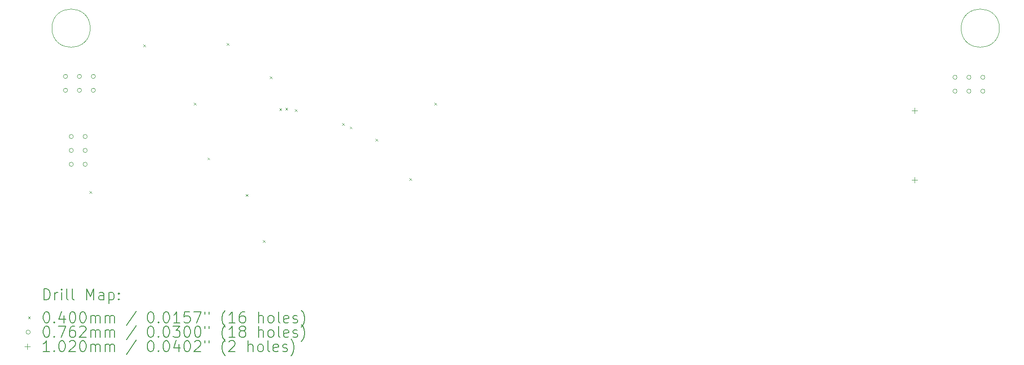
<source format=gbr>
%TF.GenerationSoftware,KiCad,Pcbnew,7.0.1-0*%
%TF.CreationDate,2023-04-13T09:07:21-04:00*%
%TF.ProjectId,WrightFlyer,57726967-6874-4466-9c79-65722e6b6963,v03*%
%TF.SameCoordinates,Original*%
%TF.FileFunction,Drillmap*%
%TF.FilePolarity,Positive*%
%FSLAX45Y45*%
G04 Gerber Fmt 4.5, Leading zero omitted, Abs format (unit mm)*
G04 Created by KiCad (PCBNEW 7.0.1-0) date 2023-04-13 09:07:21*
%MOMM*%
%LPD*%
G01*
G04 APERTURE LIST*
%ADD10C,0.100000*%
%ADD11C,0.200000*%
%ADD12C,0.040000*%
%ADD13C,0.076200*%
%ADD14C,0.102000*%
G04 APERTURE END LIST*
D10*
X23972000Y-7000000D02*
G75*
G03*
X23972000Y-7000000I-350000J0D01*
G01*
X7366000Y-7000000D02*
G75*
G03*
X7366000Y-7000000I-350000J0D01*
G01*
D11*
D12*
X7351210Y-9982590D02*
X7391210Y-10022590D01*
X7391210Y-9982590D02*
X7351210Y-10022590D01*
X8336600Y-7295200D02*
X8376600Y-7335200D01*
X8376600Y-7295200D02*
X8336600Y-7335200D01*
X9260950Y-8363440D02*
X9300950Y-8403440D01*
X9300950Y-8363440D02*
X9260950Y-8403440D01*
X9506870Y-9368300D02*
X9546870Y-9408300D01*
X9546870Y-9368300D02*
X9506870Y-9408300D01*
X9860600Y-7269800D02*
X9900600Y-7309800D01*
X9900600Y-7269800D02*
X9860600Y-7309800D01*
X10206480Y-10036180D02*
X10246480Y-10076180D01*
X10246480Y-10036180D02*
X10206480Y-10076180D01*
X10521000Y-10876600D02*
X10561000Y-10916600D01*
X10561000Y-10876600D02*
X10521000Y-10916600D01*
X10648230Y-7883130D02*
X10688230Y-7923130D01*
X10688230Y-7883130D02*
X10648230Y-7923130D01*
X10820800Y-8465550D02*
X10860800Y-8505550D01*
X10860800Y-8465550D02*
X10820800Y-8505550D01*
X10930380Y-8457140D02*
X10970380Y-8497140D01*
X10970380Y-8457140D02*
X10930380Y-8497140D01*
X11101230Y-8486180D02*
X11141230Y-8526180D01*
X11141230Y-8486180D02*
X11101230Y-8526180D01*
X11966440Y-8735120D02*
X12006440Y-8775120D01*
X12006440Y-8735120D02*
X11966440Y-8775120D01*
X12107150Y-8800760D02*
X12147150Y-8840760D01*
X12147150Y-8800760D02*
X12107150Y-8840760D01*
X12578400Y-9022400D02*
X12618400Y-9062400D01*
X12618400Y-9022400D02*
X12578400Y-9062400D01*
X13194370Y-9747090D02*
X13234370Y-9787090D01*
X13234370Y-9747090D02*
X13194370Y-9787090D01*
X13653140Y-8363440D02*
X13693140Y-8403440D01*
X13693140Y-8363440D02*
X13653140Y-8403440D01*
D13*
X6952100Y-7883550D02*
G75*
G03*
X6952100Y-7883550I-38100J0D01*
G01*
X6952100Y-8137550D02*
G75*
G03*
X6952100Y-8137550I-38100J0D01*
G01*
X7057680Y-8983620D02*
G75*
G03*
X7057680Y-8983620I-38100J0D01*
G01*
X7057680Y-9237620D02*
G75*
G03*
X7057680Y-9237620I-38100J0D01*
G01*
X7057680Y-9491620D02*
G75*
G03*
X7057680Y-9491620I-38100J0D01*
G01*
X7206100Y-7883550D02*
G75*
G03*
X7206100Y-7883550I-38100J0D01*
G01*
X7206100Y-8137550D02*
G75*
G03*
X7206100Y-8137550I-38100J0D01*
G01*
X7311680Y-8983620D02*
G75*
G03*
X7311680Y-8983620I-38100J0D01*
G01*
X7311680Y-9237620D02*
G75*
G03*
X7311680Y-9237620I-38100J0D01*
G01*
X7311680Y-9491620D02*
G75*
G03*
X7311680Y-9491620I-38100J0D01*
G01*
X7460100Y-7883550D02*
G75*
G03*
X7460100Y-7883550I-38100J0D01*
G01*
X7460100Y-8137550D02*
G75*
G03*
X7460100Y-8137550I-38100J0D01*
G01*
X23197880Y-7898290D02*
G75*
G03*
X23197880Y-7898290I-38100J0D01*
G01*
X23197880Y-8152290D02*
G75*
G03*
X23197880Y-8152290I-38100J0D01*
G01*
X23451880Y-7898290D02*
G75*
G03*
X23451880Y-7898290I-38100J0D01*
G01*
X23451880Y-8152290D02*
G75*
G03*
X23451880Y-8152290I-38100J0D01*
G01*
X23705880Y-7898290D02*
G75*
G03*
X23705880Y-7898290I-38100J0D01*
G01*
X23705880Y-8152290D02*
G75*
G03*
X23705880Y-8152290I-38100J0D01*
G01*
D14*
X22424750Y-8458000D02*
X22424750Y-8560000D01*
X22373750Y-8509000D02*
X22475750Y-8509000D01*
X22424750Y-9728000D02*
X22424750Y-9830000D01*
X22373750Y-9779000D02*
X22475750Y-9779000D01*
D11*
X6517847Y-11971158D02*
X6517847Y-11771158D01*
X6517847Y-11771158D02*
X6565466Y-11771158D01*
X6565466Y-11771158D02*
X6594038Y-11780681D01*
X6594038Y-11780681D02*
X6613085Y-11799729D01*
X6613085Y-11799729D02*
X6622609Y-11818777D01*
X6622609Y-11818777D02*
X6632133Y-11856872D01*
X6632133Y-11856872D02*
X6632133Y-11885443D01*
X6632133Y-11885443D02*
X6622609Y-11923539D01*
X6622609Y-11923539D02*
X6613085Y-11942586D01*
X6613085Y-11942586D02*
X6594038Y-11961634D01*
X6594038Y-11961634D02*
X6565466Y-11971158D01*
X6565466Y-11971158D02*
X6517847Y-11971158D01*
X6717847Y-11971158D02*
X6717847Y-11837824D01*
X6717847Y-11875920D02*
X6727371Y-11856872D01*
X6727371Y-11856872D02*
X6736895Y-11847348D01*
X6736895Y-11847348D02*
X6755943Y-11837824D01*
X6755943Y-11837824D02*
X6774990Y-11837824D01*
X6841657Y-11971158D02*
X6841657Y-11837824D01*
X6841657Y-11771158D02*
X6832133Y-11780681D01*
X6832133Y-11780681D02*
X6841657Y-11790205D01*
X6841657Y-11790205D02*
X6851181Y-11780681D01*
X6851181Y-11780681D02*
X6841657Y-11771158D01*
X6841657Y-11771158D02*
X6841657Y-11790205D01*
X6965466Y-11971158D02*
X6946419Y-11961634D01*
X6946419Y-11961634D02*
X6936895Y-11942586D01*
X6936895Y-11942586D02*
X6936895Y-11771158D01*
X7070228Y-11971158D02*
X7051181Y-11961634D01*
X7051181Y-11961634D02*
X7041657Y-11942586D01*
X7041657Y-11942586D02*
X7041657Y-11771158D01*
X7298800Y-11971158D02*
X7298800Y-11771158D01*
X7298800Y-11771158D02*
X7365466Y-11914015D01*
X7365466Y-11914015D02*
X7432133Y-11771158D01*
X7432133Y-11771158D02*
X7432133Y-11971158D01*
X7613085Y-11971158D02*
X7613085Y-11866396D01*
X7613085Y-11866396D02*
X7603562Y-11847348D01*
X7603562Y-11847348D02*
X7584514Y-11837824D01*
X7584514Y-11837824D02*
X7546419Y-11837824D01*
X7546419Y-11837824D02*
X7527371Y-11847348D01*
X7613085Y-11961634D02*
X7594038Y-11971158D01*
X7594038Y-11971158D02*
X7546419Y-11971158D01*
X7546419Y-11971158D02*
X7527371Y-11961634D01*
X7527371Y-11961634D02*
X7517847Y-11942586D01*
X7517847Y-11942586D02*
X7517847Y-11923539D01*
X7517847Y-11923539D02*
X7527371Y-11904491D01*
X7527371Y-11904491D02*
X7546419Y-11894967D01*
X7546419Y-11894967D02*
X7594038Y-11894967D01*
X7594038Y-11894967D02*
X7613085Y-11885443D01*
X7708324Y-11837824D02*
X7708324Y-12037824D01*
X7708324Y-11847348D02*
X7727371Y-11837824D01*
X7727371Y-11837824D02*
X7765466Y-11837824D01*
X7765466Y-11837824D02*
X7784514Y-11847348D01*
X7784514Y-11847348D02*
X7794038Y-11856872D01*
X7794038Y-11856872D02*
X7803562Y-11875920D01*
X7803562Y-11875920D02*
X7803562Y-11933062D01*
X7803562Y-11933062D02*
X7794038Y-11952110D01*
X7794038Y-11952110D02*
X7784514Y-11961634D01*
X7784514Y-11961634D02*
X7765466Y-11971158D01*
X7765466Y-11971158D02*
X7727371Y-11971158D01*
X7727371Y-11971158D02*
X7708324Y-11961634D01*
X7889276Y-11952110D02*
X7898800Y-11961634D01*
X7898800Y-11961634D02*
X7889276Y-11971158D01*
X7889276Y-11971158D02*
X7879752Y-11961634D01*
X7879752Y-11961634D02*
X7889276Y-11952110D01*
X7889276Y-11952110D02*
X7889276Y-11971158D01*
X7889276Y-11847348D02*
X7898800Y-11856872D01*
X7898800Y-11856872D02*
X7889276Y-11866396D01*
X7889276Y-11866396D02*
X7879752Y-11856872D01*
X7879752Y-11856872D02*
X7889276Y-11847348D01*
X7889276Y-11847348D02*
X7889276Y-11866396D01*
D12*
X6230228Y-12278634D02*
X6270228Y-12318634D01*
X6270228Y-12278634D02*
X6230228Y-12318634D01*
D11*
X6555943Y-12191158D02*
X6574990Y-12191158D01*
X6574990Y-12191158D02*
X6594038Y-12200681D01*
X6594038Y-12200681D02*
X6603562Y-12210205D01*
X6603562Y-12210205D02*
X6613085Y-12229253D01*
X6613085Y-12229253D02*
X6622609Y-12267348D01*
X6622609Y-12267348D02*
X6622609Y-12314967D01*
X6622609Y-12314967D02*
X6613085Y-12353062D01*
X6613085Y-12353062D02*
X6603562Y-12372110D01*
X6603562Y-12372110D02*
X6594038Y-12381634D01*
X6594038Y-12381634D02*
X6574990Y-12391158D01*
X6574990Y-12391158D02*
X6555943Y-12391158D01*
X6555943Y-12391158D02*
X6536895Y-12381634D01*
X6536895Y-12381634D02*
X6527371Y-12372110D01*
X6527371Y-12372110D02*
X6517847Y-12353062D01*
X6517847Y-12353062D02*
X6508324Y-12314967D01*
X6508324Y-12314967D02*
X6508324Y-12267348D01*
X6508324Y-12267348D02*
X6517847Y-12229253D01*
X6517847Y-12229253D02*
X6527371Y-12210205D01*
X6527371Y-12210205D02*
X6536895Y-12200681D01*
X6536895Y-12200681D02*
X6555943Y-12191158D01*
X6708324Y-12372110D02*
X6717847Y-12381634D01*
X6717847Y-12381634D02*
X6708324Y-12391158D01*
X6708324Y-12391158D02*
X6698800Y-12381634D01*
X6698800Y-12381634D02*
X6708324Y-12372110D01*
X6708324Y-12372110D02*
X6708324Y-12391158D01*
X6889276Y-12257824D02*
X6889276Y-12391158D01*
X6841657Y-12181634D02*
X6794038Y-12324491D01*
X6794038Y-12324491D02*
X6917847Y-12324491D01*
X7032133Y-12191158D02*
X7051181Y-12191158D01*
X7051181Y-12191158D02*
X7070228Y-12200681D01*
X7070228Y-12200681D02*
X7079752Y-12210205D01*
X7079752Y-12210205D02*
X7089276Y-12229253D01*
X7089276Y-12229253D02*
X7098800Y-12267348D01*
X7098800Y-12267348D02*
X7098800Y-12314967D01*
X7098800Y-12314967D02*
X7089276Y-12353062D01*
X7089276Y-12353062D02*
X7079752Y-12372110D01*
X7079752Y-12372110D02*
X7070228Y-12381634D01*
X7070228Y-12381634D02*
X7051181Y-12391158D01*
X7051181Y-12391158D02*
X7032133Y-12391158D01*
X7032133Y-12391158D02*
X7013085Y-12381634D01*
X7013085Y-12381634D02*
X7003562Y-12372110D01*
X7003562Y-12372110D02*
X6994038Y-12353062D01*
X6994038Y-12353062D02*
X6984514Y-12314967D01*
X6984514Y-12314967D02*
X6984514Y-12267348D01*
X6984514Y-12267348D02*
X6994038Y-12229253D01*
X6994038Y-12229253D02*
X7003562Y-12210205D01*
X7003562Y-12210205D02*
X7013085Y-12200681D01*
X7013085Y-12200681D02*
X7032133Y-12191158D01*
X7222609Y-12191158D02*
X7241657Y-12191158D01*
X7241657Y-12191158D02*
X7260705Y-12200681D01*
X7260705Y-12200681D02*
X7270228Y-12210205D01*
X7270228Y-12210205D02*
X7279752Y-12229253D01*
X7279752Y-12229253D02*
X7289276Y-12267348D01*
X7289276Y-12267348D02*
X7289276Y-12314967D01*
X7289276Y-12314967D02*
X7279752Y-12353062D01*
X7279752Y-12353062D02*
X7270228Y-12372110D01*
X7270228Y-12372110D02*
X7260705Y-12381634D01*
X7260705Y-12381634D02*
X7241657Y-12391158D01*
X7241657Y-12391158D02*
X7222609Y-12391158D01*
X7222609Y-12391158D02*
X7203562Y-12381634D01*
X7203562Y-12381634D02*
X7194038Y-12372110D01*
X7194038Y-12372110D02*
X7184514Y-12353062D01*
X7184514Y-12353062D02*
X7174990Y-12314967D01*
X7174990Y-12314967D02*
X7174990Y-12267348D01*
X7174990Y-12267348D02*
X7184514Y-12229253D01*
X7184514Y-12229253D02*
X7194038Y-12210205D01*
X7194038Y-12210205D02*
X7203562Y-12200681D01*
X7203562Y-12200681D02*
X7222609Y-12191158D01*
X7374990Y-12391158D02*
X7374990Y-12257824D01*
X7374990Y-12276872D02*
X7384514Y-12267348D01*
X7384514Y-12267348D02*
X7403562Y-12257824D01*
X7403562Y-12257824D02*
X7432133Y-12257824D01*
X7432133Y-12257824D02*
X7451181Y-12267348D01*
X7451181Y-12267348D02*
X7460705Y-12286396D01*
X7460705Y-12286396D02*
X7460705Y-12391158D01*
X7460705Y-12286396D02*
X7470228Y-12267348D01*
X7470228Y-12267348D02*
X7489276Y-12257824D01*
X7489276Y-12257824D02*
X7517847Y-12257824D01*
X7517847Y-12257824D02*
X7536895Y-12267348D01*
X7536895Y-12267348D02*
X7546419Y-12286396D01*
X7546419Y-12286396D02*
X7546419Y-12391158D01*
X7641657Y-12391158D02*
X7641657Y-12257824D01*
X7641657Y-12276872D02*
X7651181Y-12267348D01*
X7651181Y-12267348D02*
X7670228Y-12257824D01*
X7670228Y-12257824D02*
X7698800Y-12257824D01*
X7698800Y-12257824D02*
X7717847Y-12267348D01*
X7717847Y-12267348D02*
X7727371Y-12286396D01*
X7727371Y-12286396D02*
X7727371Y-12391158D01*
X7727371Y-12286396D02*
X7736895Y-12267348D01*
X7736895Y-12267348D02*
X7755943Y-12257824D01*
X7755943Y-12257824D02*
X7784514Y-12257824D01*
X7784514Y-12257824D02*
X7803562Y-12267348D01*
X7803562Y-12267348D02*
X7813086Y-12286396D01*
X7813086Y-12286396D02*
X7813086Y-12391158D01*
X8203562Y-12181634D02*
X8032133Y-12438777D01*
X8460705Y-12191158D02*
X8479752Y-12191158D01*
X8479752Y-12191158D02*
X8498800Y-12200681D01*
X8498800Y-12200681D02*
X8508324Y-12210205D01*
X8508324Y-12210205D02*
X8517848Y-12229253D01*
X8517848Y-12229253D02*
X8527371Y-12267348D01*
X8527371Y-12267348D02*
X8527371Y-12314967D01*
X8527371Y-12314967D02*
X8517848Y-12353062D01*
X8517848Y-12353062D02*
X8508324Y-12372110D01*
X8508324Y-12372110D02*
X8498800Y-12381634D01*
X8498800Y-12381634D02*
X8479752Y-12391158D01*
X8479752Y-12391158D02*
X8460705Y-12391158D01*
X8460705Y-12391158D02*
X8441657Y-12381634D01*
X8441657Y-12381634D02*
X8432133Y-12372110D01*
X8432133Y-12372110D02*
X8422610Y-12353062D01*
X8422610Y-12353062D02*
X8413086Y-12314967D01*
X8413086Y-12314967D02*
X8413086Y-12267348D01*
X8413086Y-12267348D02*
X8422610Y-12229253D01*
X8422610Y-12229253D02*
X8432133Y-12210205D01*
X8432133Y-12210205D02*
X8441657Y-12200681D01*
X8441657Y-12200681D02*
X8460705Y-12191158D01*
X8613086Y-12372110D02*
X8622610Y-12381634D01*
X8622610Y-12381634D02*
X8613086Y-12391158D01*
X8613086Y-12391158D02*
X8603562Y-12381634D01*
X8603562Y-12381634D02*
X8613086Y-12372110D01*
X8613086Y-12372110D02*
X8613086Y-12391158D01*
X8746419Y-12191158D02*
X8765467Y-12191158D01*
X8765467Y-12191158D02*
X8784514Y-12200681D01*
X8784514Y-12200681D02*
X8794038Y-12210205D01*
X8794038Y-12210205D02*
X8803562Y-12229253D01*
X8803562Y-12229253D02*
X8813086Y-12267348D01*
X8813086Y-12267348D02*
X8813086Y-12314967D01*
X8813086Y-12314967D02*
X8803562Y-12353062D01*
X8803562Y-12353062D02*
X8794038Y-12372110D01*
X8794038Y-12372110D02*
X8784514Y-12381634D01*
X8784514Y-12381634D02*
X8765467Y-12391158D01*
X8765467Y-12391158D02*
X8746419Y-12391158D01*
X8746419Y-12391158D02*
X8727371Y-12381634D01*
X8727371Y-12381634D02*
X8717848Y-12372110D01*
X8717848Y-12372110D02*
X8708324Y-12353062D01*
X8708324Y-12353062D02*
X8698800Y-12314967D01*
X8698800Y-12314967D02*
X8698800Y-12267348D01*
X8698800Y-12267348D02*
X8708324Y-12229253D01*
X8708324Y-12229253D02*
X8717848Y-12210205D01*
X8717848Y-12210205D02*
X8727371Y-12200681D01*
X8727371Y-12200681D02*
X8746419Y-12191158D01*
X9003562Y-12391158D02*
X8889276Y-12391158D01*
X8946419Y-12391158D02*
X8946419Y-12191158D01*
X8946419Y-12191158D02*
X8927371Y-12219729D01*
X8927371Y-12219729D02*
X8908324Y-12238777D01*
X8908324Y-12238777D02*
X8889276Y-12248300D01*
X9184514Y-12191158D02*
X9089276Y-12191158D01*
X9089276Y-12191158D02*
X9079752Y-12286396D01*
X9079752Y-12286396D02*
X9089276Y-12276872D01*
X9089276Y-12276872D02*
X9108324Y-12267348D01*
X9108324Y-12267348D02*
X9155943Y-12267348D01*
X9155943Y-12267348D02*
X9174991Y-12276872D01*
X9174991Y-12276872D02*
X9184514Y-12286396D01*
X9184514Y-12286396D02*
X9194038Y-12305443D01*
X9194038Y-12305443D02*
X9194038Y-12353062D01*
X9194038Y-12353062D02*
X9184514Y-12372110D01*
X9184514Y-12372110D02*
X9174991Y-12381634D01*
X9174991Y-12381634D02*
X9155943Y-12391158D01*
X9155943Y-12391158D02*
X9108324Y-12391158D01*
X9108324Y-12391158D02*
X9089276Y-12381634D01*
X9089276Y-12381634D02*
X9079752Y-12372110D01*
X9260705Y-12191158D02*
X9394038Y-12191158D01*
X9394038Y-12191158D02*
X9308324Y-12391158D01*
X9460705Y-12191158D02*
X9460705Y-12229253D01*
X9536895Y-12191158D02*
X9536895Y-12229253D01*
X9832134Y-12467348D02*
X9822610Y-12457824D01*
X9822610Y-12457824D02*
X9803562Y-12429253D01*
X9803562Y-12429253D02*
X9794038Y-12410205D01*
X9794038Y-12410205D02*
X9784514Y-12381634D01*
X9784514Y-12381634D02*
X9774991Y-12334015D01*
X9774991Y-12334015D02*
X9774991Y-12295920D01*
X9774991Y-12295920D02*
X9784514Y-12248300D01*
X9784514Y-12248300D02*
X9794038Y-12219729D01*
X9794038Y-12219729D02*
X9803562Y-12200681D01*
X9803562Y-12200681D02*
X9822610Y-12172110D01*
X9822610Y-12172110D02*
X9832134Y-12162586D01*
X10013086Y-12391158D02*
X9898800Y-12391158D01*
X9955943Y-12391158D02*
X9955943Y-12191158D01*
X9955943Y-12191158D02*
X9936895Y-12219729D01*
X9936895Y-12219729D02*
X9917848Y-12238777D01*
X9917848Y-12238777D02*
X9898800Y-12248300D01*
X10184514Y-12191158D02*
X10146419Y-12191158D01*
X10146419Y-12191158D02*
X10127372Y-12200681D01*
X10127372Y-12200681D02*
X10117848Y-12210205D01*
X10117848Y-12210205D02*
X10098800Y-12238777D01*
X10098800Y-12238777D02*
X10089276Y-12276872D01*
X10089276Y-12276872D02*
X10089276Y-12353062D01*
X10089276Y-12353062D02*
X10098800Y-12372110D01*
X10098800Y-12372110D02*
X10108324Y-12381634D01*
X10108324Y-12381634D02*
X10127372Y-12391158D01*
X10127372Y-12391158D02*
X10165467Y-12391158D01*
X10165467Y-12391158D02*
X10184514Y-12381634D01*
X10184514Y-12381634D02*
X10194038Y-12372110D01*
X10194038Y-12372110D02*
X10203562Y-12353062D01*
X10203562Y-12353062D02*
X10203562Y-12305443D01*
X10203562Y-12305443D02*
X10194038Y-12286396D01*
X10194038Y-12286396D02*
X10184514Y-12276872D01*
X10184514Y-12276872D02*
X10165467Y-12267348D01*
X10165467Y-12267348D02*
X10127372Y-12267348D01*
X10127372Y-12267348D02*
X10108324Y-12276872D01*
X10108324Y-12276872D02*
X10098800Y-12286396D01*
X10098800Y-12286396D02*
X10089276Y-12305443D01*
X10441657Y-12391158D02*
X10441657Y-12191158D01*
X10527372Y-12391158D02*
X10527372Y-12286396D01*
X10527372Y-12286396D02*
X10517848Y-12267348D01*
X10517848Y-12267348D02*
X10498800Y-12257824D01*
X10498800Y-12257824D02*
X10470229Y-12257824D01*
X10470229Y-12257824D02*
X10451181Y-12267348D01*
X10451181Y-12267348D02*
X10441657Y-12276872D01*
X10651181Y-12391158D02*
X10632134Y-12381634D01*
X10632134Y-12381634D02*
X10622610Y-12372110D01*
X10622610Y-12372110D02*
X10613086Y-12353062D01*
X10613086Y-12353062D02*
X10613086Y-12295920D01*
X10613086Y-12295920D02*
X10622610Y-12276872D01*
X10622610Y-12276872D02*
X10632134Y-12267348D01*
X10632134Y-12267348D02*
X10651181Y-12257824D01*
X10651181Y-12257824D02*
X10679753Y-12257824D01*
X10679753Y-12257824D02*
X10698800Y-12267348D01*
X10698800Y-12267348D02*
X10708324Y-12276872D01*
X10708324Y-12276872D02*
X10717848Y-12295920D01*
X10717848Y-12295920D02*
X10717848Y-12353062D01*
X10717848Y-12353062D02*
X10708324Y-12372110D01*
X10708324Y-12372110D02*
X10698800Y-12381634D01*
X10698800Y-12381634D02*
X10679753Y-12391158D01*
X10679753Y-12391158D02*
X10651181Y-12391158D01*
X10832134Y-12391158D02*
X10813086Y-12381634D01*
X10813086Y-12381634D02*
X10803562Y-12362586D01*
X10803562Y-12362586D02*
X10803562Y-12191158D01*
X10984515Y-12381634D02*
X10965467Y-12391158D01*
X10965467Y-12391158D02*
X10927372Y-12391158D01*
X10927372Y-12391158D02*
X10908324Y-12381634D01*
X10908324Y-12381634D02*
X10898800Y-12362586D01*
X10898800Y-12362586D02*
X10898800Y-12286396D01*
X10898800Y-12286396D02*
X10908324Y-12267348D01*
X10908324Y-12267348D02*
X10927372Y-12257824D01*
X10927372Y-12257824D02*
X10965467Y-12257824D01*
X10965467Y-12257824D02*
X10984515Y-12267348D01*
X10984515Y-12267348D02*
X10994038Y-12286396D01*
X10994038Y-12286396D02*
X10994038Y-12305443D01*
X10994038Y-12305443D02*
X10898800Y-12324491D01*
X11070229Y-12381634D02*
X11089276Y-12391158D01*
X11089276Y-12391158D02*
X11127372Y-12391158D01*
X11127372Y-12391158D02*
X11146419Y-12381634D01*
X11146419Y-12381634D02*
X11155943Y-12362586D01*
X11155943Y-12362586D02*
X11155943Y-12353062D01*
X11155943Y-12353062D02*
X11146419Y-12334015D01*
X11146419Y-12334015D02*
X11127372Y-12324491D01*
X11127372Y-12324491D02*
X11098800Y-12324491D01*
X11098800Y-12324491D02*
X11079753Y-12314967D01*
X11079753Y-12314967D02*
X11070229Y-12295920D01*
X11070229Y-12295920D02*
X11070229Y-12286396D01*
X11070229Y-12286396D02*
X11079753Y-12267348D01*
X11079753Y-12267348D02*
X11098800Y-12257824D01*
X11098800Y-12257824D02*
X11127372Y-12257824D01*
X11127372Y-12257824D02*
X11146419Y-12267348D01*
X11222610Y-12467348D02*
X11232134Y-12457824D01*
X11232134Y-12457824D02*
X11251181Y-12429253D01*
X11251181Y-12429253D02*
X11260705Y-12410205D01*
X11260705Y-12410205D02*
X11270229Y-12381634D01*
X11270229Y-12381634D02*
X11279753Y-12334015D01*
X11279753Y-12334015D02*
X11279753Y-12295920D01*
X11279753Y-12295920D02*
X11270229Y-12248300D01*
X11270229Y-12248300D02*
X11260705Y-12219729D01*
X11260705Y-12219729D02*
X11251181Y-12200681D01*
X11251181Y-12200681D02*
X11232134Y-12172110D01*
X11232134Y-12172110D02*
X11222610Y-12162586D01*
D13*
X6270228Y-12562634D02*
G75*
G03*
X6270228Y-12562634I-38100J0D01*
G01*
D11*
X6555943Y-12455158D02*
X6574990Y-12455158D01*
X6574990Y-12455158D02*
X6594038Y-12464681D01*
X6594038Y-12464681D02*
X6603562Y-12474205D01*
X6603562Y-12474205D02*
X6613085Y-12493253D01*
X6613085Y-12493253D02*
X6622609Y-12531348D01*
X6622609Y-12531348D02*
X6622609Y-12578967D01*
X6622609Y-12578967D02*
X6613085Y-12617062D01*
X6613085Y-12617062D02*
X6603562Y-12636110D01*
X6603562Y-12636110D02*
X6594038Y-12645634D01*
X6594038Y-12645634D02*
X6574990Y-12655158D01*
X6574990Y-12655158D02*
X6555943Y-12655158D01*
X6555943Y-12655158D02*
X6536895Y-12645634D01*
X6536895Y-12645634D02*
X6527371Y-12636110D01*
X6527371Y-12636110D02*
X6517847Y-12617062D01*
X6517847Y-12617062D02*
X6508324Y-12578967D01*
X6508324Y-12578967D02*
X6508324Y-12531348D01*
X6508324Y-12531348D02*
X6517847Y-12493253D01*
X6517847Y-12493253D02*
X6527371Y-12474205D01*
X6527371Y-12474205D02*
X6536895Y-12464681D01*
X6536895Y-12464681D02*
X6555943Y-12455158D01*
X6708324Y-12636110D02*
X6717847Y-12645634D01*
X6717847Y-12645634D02*
X6708324Y-12655158D01*
X6708324Y-12655158D02*
X6698800Y-12645634D01*
X6698800Y-12645634D02*
X6708324Y-12636110D01*
X6708324Y-12636110D02*
X6708324Y-12655158D01*
X6784514Y-12455158D02*
X6917847Y-12455158D01*
X6917847Y-12455158D02*
X6832133Y-12655158D01*
X7079752Y-12455158D02*
X7041657Y-12455158D01*
X7041657Y-12455158D02*
X7022609Y-12464681D01*
X7022609Y-12464681D02*
X7013085Y-12474205D01*
X7013085Y-12474205D02*
X6994038Y-12502777D01*
X6994038Y-12502777D02*
X6984514Y-12540872D01*
X6984514Y-12540872D02*
X6984514Y-12617062D01*
X6984514Y-12617062D02*
X6994038Y-12636110D01*
X6994038Y-12636110D02*
X7003562Y-12645634D01*
X7003562Y-12645634D02*
X7022609Y-12655158D01*
X7022609Y-12655158D02*
X7060705Y-12655158D01*
X7060705Y-12655158D02*
X7079752Y-12645634D01*
X7079752Y-12645634D02*
X7089276Y-12636110D01*
X7089276Y-12636110D02*
X7098800Y-12617062D01*
X7098800Y-12617062D02*
X7098800Y-12569443D01*
X7098800Y-12569443D02*
X7089276Y-12550396D01*
X7089276Y-12550396D02*
X7079752Y-12540872D01*
X7079752Y-12540872D02*
X7060705Y-12531348D01*
X7060705Y-12531348D02*
X7022609Y-12531348D01*
X7022609Y-12531348D02*
X7003562Y-12540872D01*
X7003562Y-12540872D02*
X6994038Y-12550396D01*
X6994038Y-12550396D02*
X6984514Y-12569443D01*
X7174990Y-12474205D02*
X7184514Y-12464681D01*
X7184514Y-12464681D02*
X7203562Y-12455158D01*
X7203562Y-12455158D02*
X7251181Y-12455158D01*
X7251181Y-12455158D02*
X7270228Y-12464681D01*
X7270228Y-12464681D02*
X7279752Y-12474205D01*
X7279752Y-12474205D02*
X7289276Y-12493253D01*
X7289276Y-12493253D02*
X7289276Y-12512300D01*
X7289276Y-12512300D02*
X7279752Y-12540872D01*
X7279752Y-12540872D02*
X7165466Y-12655158D01*
X7165466Y-12655158D02*
X7289276Y-12655158D01*
X7374990Y-12655158D02*
X7374990Y-12521824D01*
X7374990Y-12540872D02*
X7384514Y-12531348D01*
X7384514Y-12531348D02*
X7403562Y-12521824D01*
X7403562Y-12521824D02*
X7432133Y-12521824D01*
X7432133Y-12521824D02*
X7451181Y-12531348D01*
X7451181Y-12531348D02*
X7460705Y-12550396D01*
X7460705Y-12550396D02*
X7460705Y-12655158D01*
X7460705Y-12550396D02*
X7470228Y-12531348D01*
X7470228Y-12531348D02*
X7489276Y-12521824D01*
X7489276Y-12521824D02*
X7517847Y-12521824D01*
X7517847Y-12521824D02*
X7536895Y-12531348D01*
X7536895Y-12531348D02*
X7546419Y-12550396D01*
X7546419Y-12550396D02*
X7546419Y-12655158D01*
X7641657Y-12655158D02*
X7641657Y-12521824D01*
X7641657Y-12540872D02*
X7651181Y-12531348D01*
X7651181Y-12531348D02*
X7670228Y-12521824D01*
X7670228Y-12521824D02*
X7698800Y-12521824D01*
X7698800Y-12521824D02*
X7717847Y-12531348D01*
X7717847Y-12531348D02*
X7727371Y-12550396D01*
X7727371Y-12550396D02*
X7727371Y-12655158D01*
X7727371Y-12550396D02*
X7736895Y-12531348D01*
X7736895Y-12531348D02*
X7755943Y-12521824D01*
X7755943Y-12521824D02*
X7784514Y-12521824D01*
X7784514Y-12521824D02*
X7803562Y-12531348D01*
X7803562Y-12531348D02*
X7813086Y-12550396D01*
X7813086Y-12550396D02*
X7813086Y-12655158D01*
X8203562Y-12445634D02*
X8032133Y-12702777D01*
X8460705Y-12455158D02*
X8479752Y-12455158D01*
X8479752Y-12455158D02*
X8498800Y-12464681D01*
X8498800Y-12464681D02*
X8508324Y-12474205D01*
X8508324Y-12474205D02*
X8517848Y-12493253D01*
X8517848Y-12493253D02*
X8527371Y-12531348D01*
X8527371Y-12531348D02*
X8527371Y-12578967D01*
X8527371Y-12578967D02*
X8517848Y-12617062D01*
X8517848Y-12617062D02*
X8508324Y-12636110D01*
X8508324Y-12636110D02*
X8498800Y-12645634D01*
X8498800Y-12645634D02*
X8479752Y-12655158D01*
X8479752Y-12655158D02*
X8460705Y-12655158D01*
X8460705Y-12655158D02*
X8441657Y-12645634D01*
X8441657Y-12645634D02*
X8432133Y-12636110D01*
X8432133Y-12636110D02*
X8422610Y-12617062D01*
X8422610Y-12617062D02*
X8413086Y-12578967D01*
X8413086Y-12578967D02*
X8413086Y-12531348D01*
X8413086Y-12531348D02*
X8422610Y-12493253D01*
X8422610Y-12493253D02*
X8432133Y-12474205D01*
X8432133Y-12474205D02*
X8441657Y-12464681D01*
X8441657Y-12464681D02*
X8460705Y-12455158D01*
X8613086Y-12636110D02*
X8622610Y-12645634D01*
X8622610Y-12645634D02*
X8613086Y-12655158D01*
X8613086Y-12655158D02*
X8603562Y-12645634D01*
X8603562Y-12645634D02*
X8613086Y-12636110D01*
X8613086Y-12636110D02*
X8613086Y-12655158D01*
X8746419Y-12455158D02*
X8765467Y-12455158D01*
X8765467Y-12455158D02*
X8784514Y-12464681D01*
X8784514Y-12464681D02*
X8794038Y-12474205D01*
X8794038Y-12474205D02*
X8803562Y-12493253D01*
X8803562Y-12493253D02*
X8813086Y-12531348D01*
X8813086Y-12531348D02*
X8813086Y-12578967D01*
X8813086Y-12578967D02*
X8803562Y-12617062D01*
X8803562Y-12617062D02*
X8794038Y-12636110D01*
X8794038Y-12636110D02*
X8784514Y-12645634D01*
X8784514Y-12645634D02*
X8765467Y-12655158D01*
X8765467Y-12655158D02*
X8746419Y-12655158D01*
X8746419Y-12655158D02*
X8727371Y-12645634D01*
X8727371Y-12645634D02*
X8717848Y-12636110D01*
X8717848Y-12636110D02*
X8708324Y-12617062D01*
X8708324Y-12617062D02*
X8698800Y-12578967D01*
X8698800Y-12578967D02*
X8698800Y-12531348D01*
X8698800Y-12531348D02*
X8708324Y-12493253D01*
X8708324Y-12493253D02*
X8717848Y-12474205D01*
X8717848Y-12474205D02*
X8727371Y-12464681D01*
X8727371Y-12464681D02*
X8746419Y-12455158D01*
X8879752Y-12455158D02*
X9003562Y-12455158D01*
X9003562Y-12455158D02*
X8936895Y-12531348D01*
X8936895Y-12531348D02*
X8965467Y-12531348D01*
X8965467Y-12531348D02*
X8984514Y-12540872D01*
X8984514Y-12540872D02*
X8994038Y-12550396D01*
X8994038Y-12550396D02*
X9003562Y-12569443D01*
X9003562Y-12569443D02*
X9003562Y-12617062D01*
X9003562Y-12617062D02*
X8994038Y-12636110D01*
X8994038Y-12636110D02*
X8984514Y-12645634D01*
X8984514Y-12645634D02*
X8965467Y-12655158D01*
X8965467Y-12655158D02*
X8908324Y-12655158D01*
X8908324Y-12655158D02*
X8889276Y-12645634D01*
X8889276Y-12645634D02*
X8879752Y-12636110D01*
X9127371Y-12455158D02*
X9146419Y-12455158D01*
X9146419Y-12455158D02*
X9165467Y-12464681D01*
X9165467Y-12464681D02*
X9174991Y-12474205D01*
X9174991Y-12474205D02*
X9184514Y-12493253D01*
X9184514Y-12493253D02*
X9194038Y-12531348D01*
X9194038Y-12531348D02*
X9194038Y-12578967D01*
X9194038Y-12578967D02*
X9184514Y-12617062D01*
X9184514Y-12617062D02*
X9174991Y-12636110D01*
X9174991Y-12636110D02*
X9165467Y-12645634D01*
X9165467Y-12645634D02*
X9146419Y-12655158D01*
X9146419Y-12655158D02*
X9127371Y-12655158D01*
X9127371Y-12655158D02*
X9108324Y-12645634D01*
X9108324Y-12645634D02*
X9098800Y-12636110D01*
X9098800Y-12636110D02*
X9089276Y-12617062D01*
X9089276Y-12617062D02*
X9079752Y-12578967D01*
X9079752Y-12578967D02*
X9079752Y-12531348D01*
X9079752Y-12531348D02*
X9089276Y-12493253D01*
X9089276Y-12493253D02*
X9098800Y-12474205D01*
X9098800Y-12474205D02*
X9108324Y-12464681D01*
X9108324Y-12464681D02*
X9127371Y-12455158D01*
X9317848Y-12455158D02*
X9336895Y-12455158D01*
X9336895Y-12455158D02*
X9355943Y-12464681D01*
X9355943Y-12464681D02*
X9365467Y-12474205D01*
X9365467Y-12474205D02*
X9374991Y-12493253D01*
X9374991Y-12493253D02*
X9384514Y-12531348D01*
X9384514Y-12531348D02*
X9384514Y-12578967D01*
X9384514Y-12578967D02*
X9374991Y-12617062D01*
X9374991Y-12617062D02*
X9365467Y-12636110D01*
X9365467Y-12636110D02*
X9355943Y-12645634D01*
X9355943Y-12645634D02*
X9336895Y-12655158D01*
X9336895Y-12655158D02*
X9317848Y-12655158D01*
X9317848Y-12655158D02*
X9298800Y-12645634D01*
X9298800Y-12645634D02*
X9289276Y-12636110D01*
X9289276Y-12636110D02*
X9279752Y-12617062D01*
X9279752Y-12617062D02*
X9270229Y-12578967D01*
X9270229Y-12578967D02*
X9270229Y-12531348D01*
X9270229Y-12531348D02*
X9279752Y-12493253D01*
X9279752Y-12493253D02*
X9289276Y-12474205D01*
X9289276Y-12474205D02*
X9298800Y-12464681D01*
X9298800Y-12464681D02*
X9317848Y-12455158D01*
X9460705Y-12455158D02*
X9460705Y-12493253D01*
X9536895Y-12455158D02*
X9536895Y-12493253D01*
X9832134Y-12731348D02*
X9822610Y-12721824D01*
X9822610Y-12721824D02*
X9803562Y-12693253D01*
X9803562Y-12693253D02*
X9794038Y-12674205D01*
X9794038Y-12674205D02*
X9784514Y-12645634D01*
X9784514Y-12645634D02*
X9774991Y-12598015D01*
X9774991Y-12598015D02*
X9774991Y-12559920D01*
X9774991Y-12559920D02*
X9784514Y-12512300D01*
X9784514Y-12512300D02*
X9794038Y-12483729D01*
X9794038Y-12483729D02*
X9803562Y-12464681D01*
X9803562Y-12464681D02*
X9822610Y-12436110D01*
X9822610Y-12436110D02*
X9832134Y-12426586D01*
X10013086Y-12655158D02*
X9898800Y-12655158D01*
X9955943Y-12655158D02*
X9955943Y-12455158D01*
X9955943Y-12455158D02*
X9936895Y-12483729D01*
X9936895Y-12483729D02*
X9917848Y-12502777D01*
X9917848Y-12502777D02*
X9898800Y-12512300D01*
X10127372Y-12540872D02*
X10108324Y-12531348D01*
X10108324Y-12531348D02*
X10098800Y-12521824D01*
X10098800Y-12521824D02*
X10089276Y-12502777D01*
X10089276Y-12502777D02*
X10089276Y-12493253D01*
X10089276Y-12493253D02*
X10098800Y-12474205D01*
X10098800Y-12474205D02*
X10108324Y-12464681D01*
X10108324Y-12464681D02*
X10127372Y-12455158D01*
X10127372Y-12455158D02*
X10165467Y-12455158D01*
X10165467Y-12455158D02*
X10184514Y-12464681D01*
X10184514Y-12464681D02*
X10194038Y-12474205D01*
X10194038Y-12474205D02*
X10203562Y-12493253D01*
X10203562Y-12493253D02*
X10203562Y-12502777D01*
X10203562Y-12502777D02*
X10194038Y-12521824D01*
X10194038Y-12521824D02*
X10184514Y-12531348D01*
X10184514Y-12531348D02*
X10165467Y-12540872D01*
X10165467Y-12540872D02*
X10127372Y-12540872D01*
X10127372Y-12540872D02*
X10108324Y-12550396D01*
X10108324Y-12550396D02*
X10098800Y-12559920D01*
X10098800Y-12559920D02*
X10089276Y-12578967D01*
X10089276Y-12578967D02*
X10089276Y-12617062D01*
X10089276Y-12617062D02*
X10098800Y-12636110D01*
X10098800Y-12636110D02*
X10108324Y-12645634D01*
X10108324Y-12645634D02*
X10127372Y-12655158D01*
X10127372Y-12655158D02*
X10165467Y-12655158D01*
X10165467Y-12655158D02*
X10184514Y-12645634D01*
X10184514Y-12645634D02*
X10194038Y-12636110D01*
X10194038Y-12636110D02*
X10203562Y-12617062D01*
X10203562Y-12617062D02*
X10203562Y-12578967D01*
X10203562Y-12578967D02*
X10194038Y-12559920D01*
X10194038Y-12559920D02*
X10184514Y-12550396D01*
X10184514Y-12550396D02*
X10165467Y-12540872D01*
X10441657Y-12655158D02*
X10441657Y-12455158D01*
X10527372Y-12655158D02*
X10527372Y-12550396D01*
X10527372Y-12550396D02*
X10517848Y-12531348D01*
X10517848Y-12531348D02*
X10498800Y-12521824D01*
X10498800Y-12521824D02*
X10470229Y-12521824D01*
X10470229Y-12521824D02*
X10451181Y-12531348D01*
X10451181Y-12531348D02*
X10441657Y-12540872D01*
X10651181Y-12655158D02*
X10632134Y-12645634D01*
X10632134Y-12645634D02*
X10622610Y-12636110D01*
X10622610Y-12636110D02*
X10613086Y-12617062D01*
X10613086Y-12617062D02*
X10613086Y-12559920D01*
X10613086Y-12559920D02*
X10622610Y-12540872D01*
X10622610Y-12540872D02*
X10632134Y-12531348D01*
X10632134Y-12531348D02*
X10651181Y-12521824D01*
X10651181Y-12521824D02*
X10679753Y-12521824D01*
X10679753Y-12521824D02*
X10698800Y-12531348D01*
X10698800Y-12531348D02*
X10708324Y-12540872D01*
X10708324Y-12540872D02*
X10717848Y-12559920D01*
X10717848Y-12559920D02*
X10717848Y-12617062D01*
X10717848Y-12617062D02*
X10708324Y-12636110D01*
X10708324Y-12636110D02*
X10698800Y-12645634D01*
X10698800Y-12645634D02*
X10679753Y-12655158D01*
X10679753Y-12655158D02*
X10651181Y-12655158D01*
X10832134Y-12655158D02*
X10813086Y-12645634D01*
X10813086Y-12645634D02*
X10803562Y-12626586D01*
X10803562Y-12626586D02*
X10803562Y-12455158D01*
X10984515Y-12645634D02*
X10965467Y-12655158D01*
X10965467Y-12655158D02*
X10927372Y-12655158D01*
X10927372Y-12655158D02*
X10908324Y-12645634D01*
X10908324Y-12645634D02*
X10898800Y-12626586D01*
X10898800Y-12626586D02*
X10898800Y-12550396D01*
X10898800Y-12550396D02*
X10908324Y-12531348D01*
X10908324Y-12531348D02*
X10927372Y-12521824D01*
X10927372Y-12521824D02*
X10965467Y-12521824D01*
X10965467Y-12521824D02*
X10984515Y-12531348D01*
X10984515Y-12531348D02*
X10994038Y-12550396D01*
X10994038Y-12550396D02*
X10994038Y-12569443D01*
X10994038Y-12569443D02*
X10898800Y-12588491D01*
X11070229Y-12645634D02*
X11089276Y-12655158D01*
X11089276Y-12655158D02*
X11127372Y-12655158D01*
X11127372Y-12655158D02*
X11146419Y-12645634D01*
X11146419Y-12645634D02*
X11155943Y-12626586D01*
X11155943Y-12626586D02*
X11155943Y-12617062D01*
X11155943Y-12617062D02*
X11146419Y-12598015D01*
X11146419Y-12598015D02*
X11127372Y-12588491D01*
X11127372Y-12588491D02*
X11098800Y-12588491D01*
X11098800Y-12588491D02*
X11079753Y-12578967D01*
X11079753Y-12578967D02*
X11070229Y-12559920D01*
X11070229Y-12559920D02*
X11070229Y-12550396D01*
X11070229Y-12550396D02*
X11079753Y-12531348D01*
X11079753Y-12531348D02*
X11098800Y-12521824D01*
X11098800Y-12521824D02*
X11127372Y-12521824D01*
X11127372Y-12521824D02*
X11146419Y-12531348D01*
X11222610Y-12731348D02*
X11232134Y-12721824D01*
X11232134Y-12721824D02*
X11251181Y-12693253D01*
X11251181Y-12693253D02*
X11260705Y-12674205D01*
X11260705Y-12674205D02*
X11270229Y-12645634D01*
X11270229Y-12645634D02*
X11279753Y-12598015D01*
X11279753Y-12598015D02*
X11279753Y-12559920D01*
X11279753Y-12559920D02*
X11270229Y-12512300D01*
X11270229Y-12512300D02*
X11260705Y-12483729D01*
X11260705Y-12483729D02*
X11251181Y-12464681D01*
X11251181Y-12464681D02*
X11232134Y-12436110D01*
X11232134Y-12436110D02*
X11222610Y-12426586D01*
D14*
X6219228Y-12775634D02*
X6219228Y-12877634D01*
X6168228Y-12826634D02*
X6270228Y-12826634D01*
D11*
X6622609Y-12919158D02*
X6508324Y-12919158D01*
X6565466Y-12919158D02*
X6565466Y-12719158D01*
X6565466Y-12719158D02*
X6546419Y-12747729D01*
X6546419Y-12747729D02*
X6527371Y-12766777D01*
X6527371Y-12766777D02*
X6508324Y-12776300D01*
X6708324Y-12900110D02*
X6717847Y-12909634D01*
X6717847Y-12909634D02*
X6708324Y-12919158D01*
X6708324Y-12919158D02*
X6698800Y-12909634D01*
X6698800Y-12909634D02*
X6708324Y-12900110D01*
X6708324Y-12900110D02*
X6708324Y-12919158D01*
X6841657Y-12719158D02*
X6860705Y-12719158D01*
X6860705Y-12719158D02*
X6879752Y-12728681D01*
X6879752Y-12728681D02*
X6889276Y-12738205D01*
X6889276Y-12738205D02*
X6898800Y-12757253D01*
X6898800Y-12757253D02*
X6908324Y-12795348D01*
X6908324Y-12795348D02*
X6908324Y-12842967D01*
X6908324Y-12842967D02*
X6898800Y-12881062D01*
X6898800Y-12881062D02*
X6889276Y-12900110D01*
X6889276Y-12900110D02*
X6879752Y-12909634D01*
X6879752Y-12909634D02*
X6860705Y-12919158D01*
X6860705Y-12919158D02*
X6841657Y-12919158D01*
X6841657Y-12919158D02*
X6822609Y-12909634D01*
X6822609Y-12909634D02*
X6813085Y-12900110D01*
X6813085Y-12900110D02*
X6803562Y-12881062D01*
X6803562Y-12881062D02*
X6794038Y-12842967D01*
X6794038Y-12842967D02*
X6794038Y-12795348D01*
X6794038Y-12795348D02*
X6803562Y-12757253D01*
X6803562Y-12757253D02*
X6813085Y-12738205D01*
X6813085Y-12738205D02*
X6822609Y-12728681D01*
X6822609Y-12728681D02*
X6841657Y-12719158D01*
X6984514Y-12738205D02*
X6994038Y-12728681D01*
X6994038Y-12728681D02*
X7013085Y-12719158D01*
X7013085Y-12719158D02*
X7060705Y-12719158D01*
X7060705Y-12719158D02*
X7079752Y-12728681D01*
X7079752Y-12728681D02*
X7089276Y-12738205D01*
X7089276Y-12738205D02*
X7098800Y-12757253D01*
X7098800Y-12757253D02*
X7098800Y-12776300D01*
X7098800Y-12776300D02*
X7089276Y-12804872D01*
X7089276Y-12804872D02*
X6974990Y-12919158D01*
X6974990Y-12919158D02*
X7098800Y-12919158D01*
X7222609Y-12719158D02*
X7241657Y-12719158D01*
X7241657Y-12719158D02*
X7260705Y-12728681D01*
X7260705Y-12728681D02*
X7270228Y-12738205D01*
X7270228Y-12738205D02*
X7279752Y-12757253D01*
X7279752Y-12757253D02*
X7289276Y-12795348D01*
X7289276Y-12795348D02*
X7289276Y-12842967D01*
X7289276Y-12842967D02*
X7279752Y-12881062D01*
X7279752Y-12881062D02*
X7270228Y-12900110D01*
X7270228Y-12900110D02*
X7260705Y-12909634D01*
X7260705Y-12909634D02*
X7241657Y-12919158D01*
X7241657Y-12919158D02*
X7222609Y-12919158D01*
X7222609Y-12919158D02*
X7203562Y-12909634D01*
X7203562Y-12909634D02*
X7194038Y-12900110D01*
X7194038Y-12900110D02*
X7184514Y-12881062D01*
X7184514Y-12881062D02*
X7174990Y-12842967D01*
X7174990Y-12842967D02*
X7174990Y-12795348D01*
X7174990Y-12795348D02*
X7184514Y-12757253D01*
X7184514Y-12757253D02*
X7194038Y-12738205D01*
X7194038Y-12738205D02*
X7203562Y-12728681D01*
X7203562Y-12728681D02*
X7222609Y-12719158D01*
X7374990Y-12919158D02*
X7374990Y-12785824D01*
X7374990Y-12804872D02*
X7384514Y-12795348D01*
X7384514Y-12795348D02*
X7403562Y-12785824D01*
X7403562Y-12785824D02*
X7432133Y-12785824D01*
X7432133Y-12785824D02*
X7451181Y-12795348D01*
X7451181Y-12795348D02*
X7460705Y-12814396D01*
X7460705Y-12814396D02*
X7460705Y-12919158D01*
X7460705Y-12814396D02*
X7470228Y-12795348D01*
X7470228Y-12795348D02*
X7489276Y-12785824D01*
X7489276Y-12785824D02*
X7517847Y-12785824D01*
X7517847Y-12785824D02*
X7536895Y-12795348D01*
X7536895Y-12795348D02*
X7546419Y-12814396D01*
X7546419Y-12814396D02*
X7546419Y-12919158D01*
X7641657Y-12919158D02*
X7641657Y-12785824D01*
X7641657Y-12804872D02*
X7651181Y-12795348D01*
X7651181Y-12795348D02*
X7670228Y-12785824D01*
X7670228Y-12785824D02*
X7698800Y-12785824D01*
X7698800Y-12785824D02*
X7717847Y-12795348D01*
X7717847Y-12795348D02*
X7727371Y-12814396D01*
X7727371Y-12814396D02*
X7727371Y-12919158D01*
X7727371Y-12814396D02*
X7736895Y-12795348D01*
X7736895Y-12795348D02*
X7755943Y-12785824D01*
X7755943Y-12785824D02*
X7784514Y-12785824D01*
X7784514Y-12785824D02*
X7803562Y-12795348D01*
X7803562Y-12795348D02*
X7813086Y-12814396D01*
X7813086Y-12814396D02*
X7813086Y-12919158D01*
X8203562Y-12709634D02*
X8032133Y-12966777D01*
X8460705Y-12719158D02*
X8479752Y-12719158D01*
X8479752Y-12719158D02*
X8498800Y-12728681D01*
X8498800Y-12728681D02*
X8508324Y-12738205D01*
X8508324Y-12738205D02*
X8517848Y-12757253D01*
X8517848Y-12757253D02*
X8527371Y-12795348D01*
X8527371Y-12795348D02*
X8527371Y-12842967D01*
X8527371Y-12842967D02*
X8517848Y-12881062D01*
X8517848Y-12881062D02*
X8508324Y-12900110D01*
X8508324Y-12900110D02*
X8498800Y-12909634D01*
X8498800Y-12909634D02*
X8479752Y-12919158D01*
X8479752Y-12919158D02*
X8460705Y-12919158D01*
X8460705Y-12919158D02*
X8441657Y-12909634D01*
X8441657Y-12909634D02*
X8432133Y-12900110D01*
X8432133Y-12900110D02*
X8422610Y-12881062D01*
X8422610Y-12881062D02*
X8413086Y-12842967D01*
X8413086Y-12842967D02*
X8413086Y-12795348D01*
X8413086Y-12795348D02*
X8422610Y-12757253D01*
X8422610Y-12757253D02*
X8432133Y-12738205D01*
X8432133Y-12738205D02*
X8441657Y-12728681D01*
X8441657Y-12728681D02*
X8460705Y-12719158D01*
X8613086Y-12900110D02*
X8622610Y-12909634D01*
X8622610Y-12909634D02*
X8613086Y-12919158D01*
X8613086Y-12919158D02*
X8603562Y-12909634D01*
X8603562Y-12909634D02*
X8613086Y-12900110D01*
X8613086Y-12900110D02*
X8613086Y-12919158D01*
X8746419Y-12719158D02*
X8765467Y-12719158D01*
X8765467Y-12719158D02*
X8784514Y-12728681D01*
X8784514Y-12728681D02*
X8794038Y-12738205D01*
X8794038Y-12738205D02*
X8803562Y-12757253D01*
X8803562Y-12757253D02*
X8813086Y-12795348D01*
X8813086Y-12795348D02*
X8813086Y-12842967D01*
X8813086Y-12842967D02*
X8803562Y-12881062D01*
X8803562Y-12881062D02*
X8794038Y-12900110D01*
X8794038Y-12900110D02*
X8784514Y-12909634D01*
X8784514Y-12909634D02*
X8765467Y-12919158D01*
X8765467Y-12919158D02*
X8746419Y-12919158D01*
X8746419Y-12919158D02*
X8727371Y-12909634D01*
X8727371Y-12909634D02*
X8717848Y-12900110D01*
X8717848Y-12900110D02*
X8708324Y-12881062D01*
X8708324Y-12881062D02*
X8698800Y-12842967D01*
X8698800Y-12842967D02*
X8698800Y-12795348D01*
X8698800Y-12795348D02*
X8708324Y-12757253D01*
X8708324Y-12757253D02*
X8717848Y-12738205D01*
X8717848Y-12738205D02*
X8727371Y-12728681D01*
X8727371Y-12728681D02*
X8746419Y-12719158D01*
X8984514Y-12785824D02*
X8984514Y-12919158D01*
X8936895Y-12709634D02*
X8889276Y-12852491D01*
X8889276Y-12852491D02*
X9013086Y-12852491D01*
X9127371Y-12719158D02*
X9146419Y-12719158D01*
X9146419Y-12719158D02*
X9165467Y-12728681D01*
X9165467Y-12728681D02*
X9174991Y-12738205D01*
X9174991Y-12738205D02*
X9184514Y-12757253D01*
X9184514Y-12757253D02*
X9194038Y-12795348D01*
X9194038Y-12795348D02*
X9194038Y-12842967D01*
X9194038Y-12842967D02*
X9184514Y-12881062D01*
X9184514Y-12881062D02*
X9174991Y-12900110D01*
X9174991Y-12900110D02*
X9165467Y-12909634D01*
X9165467Y-12909634D02*
X9146419Y-12919158D01*
X9146419Y-12919158D02*
X9127371Y-12919158D01*
X9127371Y-12919158D02*
X9108324Y-12909634D01*
X9108324Y-12909634D02*
X9098800Y-12900110D01*
X9098800Y-12900110D02*
X9089276Y-12881062D01*
X9089276Y-12881062D02*
X9079752Y-12842967D01*
X9079752Y-12842967D02*
X9079752Y-12795348D01*
X9079752Y-12795348D02*
X9089276Y-12757253D01*
X9089276Y-12757253D02*
X9098800Y-12738205D01*
X9098800Y-12738205D02*
X9108324Y-12728681D01*
X9108324Y-12728681D02*
X9127371Y-12719158D01*
X9270229Y-12738205D02*
X9279752Y-12728681D01*
X9279752Y-12728681D02*
X9298800Y-12719158D01*
X9298800Y-12719158D02*
X9346419Y-12719158D01*
X9346419Y-12719158D02*
X9365467Y-12728681D01*
X9365467Y-12728681D02*
X9374991Y-12738205D01*
X9374991Y-12738205D02*
X9384514Y-12757253D01*
X9384514Y-12757253D02*
X9384514Y-12776300D01*
X9384514Y-12776300D02*
X9374991Y-12804872D01*
X9374991Y-12804872D02*
X9260705Y-12919158D01*
X9260705Y-12919158D02*
X9384514Y-12919158D01*
X9460705Y-12719158D02*
X9460705Y-12757253D01*
X9536895Y-12719158D02*
X9536895Y-12757253D01*
X9832134Y-12995348D02*
X9822610Y-12985824D01*
X9822610Y-12985824D02*
X9803562Y-12957253D01*
X9803562Y-12957253D02*
X9794038Y-12938205D01*
X9794038Y-12938205D02*
X9784514Y-12909634D01*
X9784514Y-12909634D02*
X9774991Y-12862015D01*
X9774991Y-12862015D02*
X9774991Y-12823920D01*
X9774991Y-12823920D02*
X9784514Y-12776300D01*
X9784514Y-12776300D02*
X9794038Y-12747729D01*
X9794038Y-12747729D02*
X9803562Y-12728681D01*
X9803562Y-12728681D02*
X9822610Y-12700110D01*
X9822610Y-12700110D02*
X9832134Y-12690586D01*
X9898800Y-12738205D02*
X9908324Y-12728681D01*
X9908324Y-12728681D02*
X9927372Y-12719158D01*
X9927372Y-12719158D02*
X9974991Y-12719158D01*
X9974991Y-12719158D02*
X9994038Y-12728681D01*
X9994038Y-12728681D02*
X10003562Y-12738205D01*
X10003562Y-12738205D02*
X10013086Y-12757253D01*
X10013086Y-12757253D02*
X10013086Y-12776300D01*
X10013086Y-12776300D02*
X10003562Y-12804872D01*
X10003562Y-12804872D02*
X9889276Y-12919158D01*
X9889276Y-12919158D02*
X10013086Y-12919158D01*
X10251181Y-12919158D02*
X10251181Y-12719158D01*
X10336895Y-12919158D02*
X10336895Y-12814396D01*
X10336895Y-12814396D02*
X10327372Y-12795348D01*
X10327372Y-12795348D02*
X10308324Y-12785824D01*
X10308324Y-12785824D02*
X10279753Y-12785824D01*
X10279753Y-12785824D02*
X10260705Y-12795348D01*
X10260705Y-12795348D02*
X10251181Y-12804872D01*
X10460705Y-12919158D02*
X10441657Y-12909634D01*
X10441657Y-12909634D02*
X10432134Y-12900110D01*
X10432134Y-12900110D02*
X10422610Y-12881062D01*
X10422610Y-12881062D02*
X10422610Y-12823920D01*
X10422610Y-12823920D02*
X10432134Y-12804872D01*
X10432134Y-12804872D02*
X10441657Y-12795348D01*
X10441657Y-12795348D02*
X10460705Y-12785824D01*
X10460705Y-12785824D02*
X10489276Y-12785824D01*
X10489276Y-12785824D02*
X10508324Y-12795348D01*
X10508324Y-12795348D02*
X10517848Y-12804872D01*
X10517848Y-12804872D02*
X10527372Y-12823920D01*
X10527372Y-12823920D02*
X10527372Y-12881062D01*
X10527372Y-12881062D02*
X10517848Y-12900110D01*
X10517848Y-12900110D02*
X10508324Y-12909634D01*
X10508324Y-12909634D02*
X10489276Y-12919158D01*
X10489276Y-12919158D02*
X10460705Y-12919158D01*
X10641657Y-12919158D02*
X10622610Y-12909634D01*
X10622610Y-12909634D02*
X10613086Y-12890586D01*
X10613086Y-12890586D02*
X10613086Y-12719158D01*
X10794038Y-12909634D02*
X10774991Y-12919158D01*
X10774991Y-12919158D02*
X10736895Y-12919158D01*
X10736895Y-12919158D02*
X10717848Y-12909634D01*
X10717848Y-12909634D02*
X10708324Y-12890586D01*
X10708324Y-12890586D02*
X10708324Y-12814396D01*
X10708324Y-12814396D02*
X10717848Y-12795348D01*
X10717848Y-12795348D02*
X10736895Y-12785824D01*
X10736895Y-12785824D02*
X10774991Y-12785824D01*
X10774991Y-12785824D02*
X10794038Y-12795348D01*
X10794038Y-12795348D02*
X10803562Y-12814396D01*
X10803562Y-12814396D02*
X10803562Y-12833443D01*
X10803562Y-12833443D02*
X10708324Y-12852491D01*
X10879753Y-12909634D02*
X10898800Y-12919158D01*
X10898800Y-12919158D02*
X10936895Y-12919158D01*
X10936895Y-12919158D02*
X10955943Y-12909634D01*
X10955943Y-12909634D02*
X10965467Y-12890586D01*
X10965467Y-12890586D02*
X10965467Y-12881062D01*
X10965467Y-12881062D02*
X10955943Y-12862015D01*
X10955943Y-12862015D02*
X10936895Y-12852491D01*
X10936895Y-12852491D02*
X10908324Y-12852491D01*
X10908324Y-12852491D02*
X10889276Y-12842967D01*
X10889276Y-12842967D02*
X10879753Y-12823920D01*
X10879753Y-12823920D02*
X10879753Y-12814396D01*
X10879753Y-12814396D02*
X10889276Y-12795348D01*
X10889276Y-12795348D02*
X10908324Y-12785824D01*
X10908324Y-12785824D02*
X10936895Y-12785824D01*
X10936895Y-12785824D02*
X10955943Y-12795348D01*
X11032134Y-12995348D02*
X11041657Y-12985824D01*
X11041657Y-12985824D02*
X11060705Y-12957253D01*
X11060705Y-12957253D02*
X11070229Y-12938205D01*
X11070229Y-12938205D02*
X11079753Y-12909634D01*
X11079753Y-12909634D02*
X11089276Y-12862015D01*
X11089276Y-12862015D02*
X11089276Y-12823920D01*
X11089276Y-12823920D02*
X11079753Y-12776300D01*
X11079753Y-12776300D02*
X11070229Y-12747729D01*
X11070229Y-12747729D02*
X11060705Y-12728681D01*
X11060705Y-12728681D02*
X11041657Y-12700110D01*
X11041657Y-12700110D02*
X11032134Y-12690586D01*
M02*

</source>
